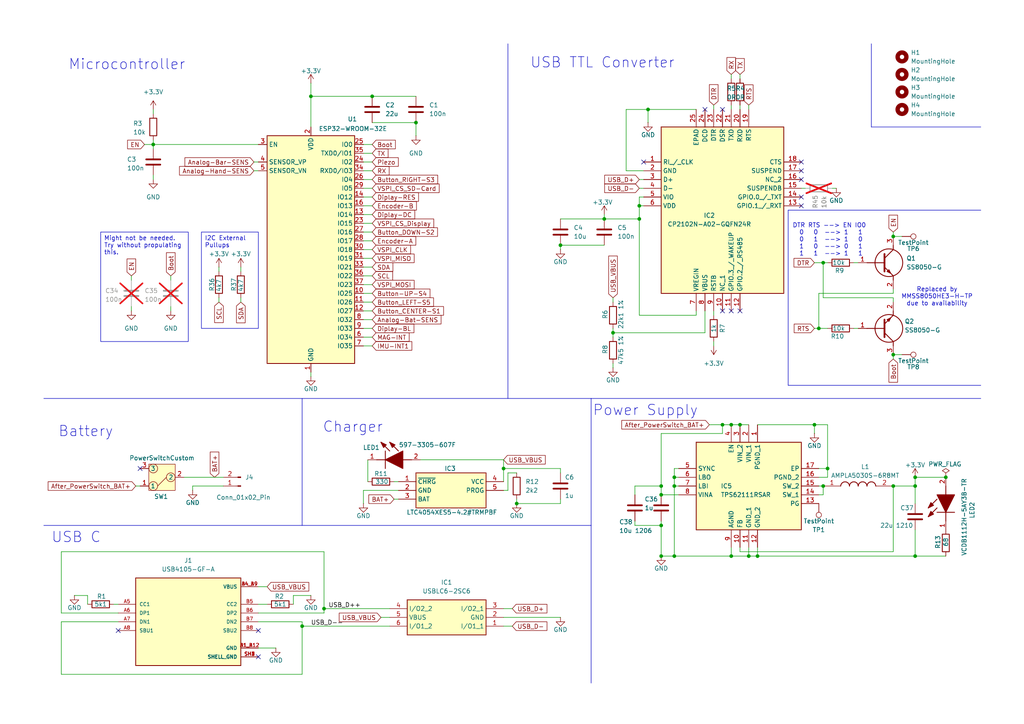
<source format=kicad_sch>
(kicad_sch (version 20231120) (generator "eeschema") (generator_version "8.0")
  (paper "A4")
  (title_block (title "Barbel Motion Tracker") (date "2024-08-09") (rev "1") (company "Thorben Horn"))
  (junction (at 214.63 123.19))
  (junction (at 146.05 135.89))
  (junction (at 259.08 140.97))
  (junction (at 212.09 123.19))
  (junction (at 87.63 181.61))
  (junction (at 195.58 140.97))
  (junction (at 265.43 161.29))
  (junction (at 90.17 27.94))
  (junction (at 191.77 152.4))
  (junction (at 209.55 123.19))
  (junction (at 185.42 59.69))
  (junction (at 195.58 161.29))
  (junction (at 185.42 63.5))
  (junction (at 274.32 138.43))
  (junction (at 236.22 123.19))
  (junction (at 195.58 138.43))
  (junction (at 237.49 95.25))
  (junction (at 107.95 27.94))
  (junction (at 44.45 41.91))
  (junction (at 191.77 143.51))
  (junction (at 177.8 96.52))
  (junction (at 162.56 71.12))
  (junction (at 238.76 140.97))
  (junction (at 212.09 161.29))
  (junction (at 259.08 68.58))
  (junction (at 265.43 138.43))
  (junction (at 265.43 140.97))
  (junction (at 149.86 146.05))
  (junction (at 187.96 31.75))
  (junction (at 240.03 135.89))
  (junction (at 191.77 161.29))
  (junction (at 217.17 161.29))
  (junction (at 175.26 63.5))
  (junction (at 93.98 176.53))
  (junction (at 120.65 35.56))
  (junction (at 219.71 161.29))
  (junction (at 191.77 140.97))
  (junction (at 238.76 76.2))
  (junction (at 259.08 102.87))
  (no_connect (at 40.64 135.89))
  (no_connect (at 74.93 190.5))
  (no_connect (at 232.41 49.53))
  (no_connect (at 34.29 182.88))
  (no_connect (at 212.09 90.17))
  (no_connect (at 232.41 46.99))
  (no_connect (at 232.41 59.69))
  (no_connect (at 204.47 31.75))
  (no_connect (at 209.55 31.75))
  (no_connect (at 232.41 57.15))
  (no_connect (at 214.63 90.17))
  (no_connect (at 209.55 90.17))
  (no_connect (at 232.41 52.07))
  (no_connect (at 74.93 182.88))
  (no_connect (at 186.69 46.99))
  (wire (pts (xy 217.17 30.48) (xy 217.17 31.75)))
  (wire (pts (xy 55.88 142.24) (xy 55.88 140.97)))
  (polyline (pts (xy 171.45 152.4) (xy 171.45 198.12)))
  (wire (pts (xy 191.77 152.4) (xy 191.77 161.29)))
  (wire (pts (xy 214.63 30.48) (xy 214.63 31.75)))
  (wire (pts (xy 106.68 133.35) (xy 106.68 139.7)))
  (wire (pts (xy 265.43 153.67) (xy 265.43 161.29)))
  (wire (pts (xy 175.26 63.5) (xy 175.26 62.23)))
  (wire (pts (xy 185.42 59.69) (xy 186.69 59.69)))
  (wire (pts (xy 191.77 125.73) (xy 191.77 140.97)))
  (wire (pts (xy 207.01 30.48) (xy 207.01 31.75)))
  (wire (pts (xy 17.78 180.34) (xy 34.29 180.34)))
  (wire (pts (xy 162.56 71.12) (xy 175.26 71.12)))
  (wire (pts (xy 162.56 146.05) (xy 162.56 144.78)))
  (wire (pts (xy 204.47 96.52) (xy 204.47 90.17)))
  (wire (pts (xy 105.41 44.45) (xy 107.95 44.45)))
  (wire (pts (xy 259.08 67.31) (xy 259.08 68.58)))
  (wire (pts (xy 195.58 138.43) (xy 196.85 138.43)))
  (wire (pts (xy 219.71 123.19) (xy 236.22 123.19)))
  (wire (pts (xy 237.49 85.09) (xy 237.49 95.25)))
  (wire (pts (xy 38.1 80.01) (xy 38.1 81.28)))
  (wire (pts (xy 240.03 135.89) (xy 240.03 123.19)))
  (wire (pts (xy 146.05 142.24) (xy 147.32 142.24)))
  (wire (pts (xy 90.17 27.94) (xy 90.17 36.83)))
  (wire (pts (xy 219.71 158.75) (xy 219.71 161.29)))
  (wire (pts (xy 49.53 88.9) (xy 49.53 90.17)))
  (wire (pts (xy 177.8 96.52) (xy 177.8 97.79)))
  (wire (pts (xy 177.8 105.41) (xy 177.8 106.68)))
  (polyline (pts (xy 228.6 60.96) (xy 228.6 111.76)))
  (wire (pts (xy 114.3 144.78) (xy 115.57 144.78)))
  (wire (pts (xy 105.41 100.33) (xy 107.95 100.33)))
  (wire (pts (xy 55.88 140.97) (xy 64.77 140.97)))
  (wire (pts (xy 238.76 86.36) (xy 238.76 76.2)))
  (wire (pts (xy 162.56 137.16) (xy 162.56 135.89)))
  (wire (pts (xy 237.49 143.51) (xy 238.76 143.51)))
  (wire (pts (xy 105.41 85.09) (xy 107.95 85.09)))
  (wire (pts (xy 74.93 170.18) (xy 77.47 170.18)))
  (wire (pts (xy 63.5 77.47) (xy 63.5 78.74)))
  (wire (pts (xy 205.74 123.19) (xy 209.55 123.19)))
  (wire (pts (xy 259.08 83.82) (xy 259.08 85.09)))
  (wire (pts (xy 63.5 86.36) (xy 63.5 87.63)))
  (wire (pts (xy 17.78 177.8) (xy 17.78 160.02)))
  (wire (pts (xy 105.41 77.47) (xy 107.95 77.47)))
  (wire (pts (xy 238.76 143.51) (xy 238.76 140.97)))
  (wire (pts (xy 74.93 187.96) (xy 80.01 187.96)))
  (wire (pts (xy 105.41 142.24) (xy 105.41 146.05)))
  (polyline (pts (xy 171.45 115.57) (xy 284.48 115.57)))
  (wire (pts (xy 105.41 67.31) (xy 107.95 67.31)))
  (wire (pts (xy 105.41 46.99) (xy 107.95 46.99)))
  (wire (pts (xy 214.63 160.02) (xy 214.63 158.75)))
  (wire (pts (xy 177.8 86.36) (xy 177.8 87.63)))
  (wire (pts (xy 93.98 177.8) (xy 93.98 176.53)))
  (wire (pts (xy 115.57 142.24) (xy 105.41 142.24)))
  (wire (pts (xy 90.17 107.95) (xy 90.17 109.22)))
  (wire (pts (xy 69.85 77.47) (xy 69.85 78.74)))
  (wire (pts (xy 146.05 179.07) (xy 162.56 179.07)))
  (wire (pts (xy 17.78 180.34) (xy 17.78 195.58)))
  (wire (pts (xy 44.45 31.75) (xy 44.45 33.02)))
  (polyline (pts (xy 12.7 115.57) (xy 171.45 115.57)))
  (wire (pts (xy 181.61 49.53) (xy 186.69 49.53)))
  (wire (pts (xy 121.92 133.35) (xy 146.05 133.35)))
  (wire (pts (xy 247.65 95.25) (xy 248.92 95.25)))
  (wire (pts (xy 105.41 72.39) (xy 107.95 72.39)))
  (wire (pts (xy 40.64 140.97) (xy 39.37 140.97)))
  (wire (pts (xy 265.43 140.97) (xy 265.43 146.05)))
  (wire (pts (xy 195.58 140.97) (xy 195.58 161.29)))
  (wire (pts (xy 17.78 160.02) (xy 93.98 160.02)))
  (wire (pts (xy 217.17 161.29) (xy 219.71 161.29)))
  (wire (pts (xy 44.45 41.91) (xy 74.93 41.91)))
  (wire (pts (xy 105.41 87.63) (xy 107.95 87.63)))
  (wire (pts (xy 175.26 63.5) (xy 185.42 63.5)))
  (wire (pts (xy 53.34 138.43) (xy 64.77 138.43)))
  (polyline (pts (xy 171.45 152.4) (xy 171.45 115.57)))
  (wire (pts (xy 105.41 95.25) (xy 107.95 95.25)))
  (wire (pts (xy 238.76 76.2) (xy 240.03 76.2)))
  (wire (pts (xy 209.55 125.73) (xy 191.77 125.73)))
  (wire (pts (xy 214.63 123.19) (xy 217.17 123.19)))
  (wire (pts (xy 49.53 80.01) (xy 49.53 81.28)))
  (wire (pts (xy 219.71 161.29) (xy 265.43 161.29)))
  (wire (pts (xy 110.49 179.07) (xy 113.03 179.07)))
  (wire (pts (xy 237.49 95.25) (xy 240.03 95.25)))
  (wire (pts (xy 265.43 161.29) (xy 274.32 161.29)))
  (wire (pts (xy 93.98 176.53) (xy 113.03 176.53)))
  (wire (pts (xy 105.41 74.93) (xy 107.95 74.93)))
  (wire (pts (xy 259.08 87.63) (xy 259.08 86.36)))
  (wire (pts (xy 191.77 161.29) (xy 195.58 161.29)))
  (wire (pts (xy 73.66 49.53) (xy 74.93 49.53)))
  (wire (pts (xy 207.01 99.06) (xy 207.01 100.33)))
  (wire (pts (xy 195.58 135.89) (xy 195.58 138.43)))
  (wire (pts (xy 184.15 143.51) (xy 184.15 140.97)))
  (wire (pts (xy 85.09 175.26) (xy 85.09 172.72)))
  (wire (pts (xy 212.09 21.59) (xy 212.09 22.86)))
  (wire (pts (xy 147.32 137.16) (xy 149.86 137.16)))
  (wire (pts (xy 87.63 195.58) (xy 87.63 181.61)))
  (wire (pts (xy 184.15 140.97) (xy 191.77 140.97)))
  (wire (pts (xy 33.02 175.26) (xy 34.29 175.26)))
  (wire (pts (xy 120.65 35.56) (xy 107.95 35.56)))
  (wire (pts (xy 209.55 123.19) (xy 209.55 125.73)))
  (wire (pts (xy 212.09 123.19) (xy 214.63 123.19)))
  (wire (pts (xy 105.41 52.07) (xy 107.95 52.07)))
  (polyline (pts (xy 252.73 12.7) (xy 252.73 36.83)))
  (wire (pts (xy 196.85 135.89) (xy 195.58 135.89)))
  (wire (pts (xy 114.3 139.7) (xy 115.57 139.7)))
  (wire (pts (xy 259.08 68.58) (xy 261.62 68.58)))
  (wire (pts (xy 212.09 158.75) (xy 212.09 161.29)))
  (wire (pts (xy 105.41 69.85) (xy 107.95 69.85)))
  (wire (pts (xy 90.17 24.13) (xy 90.17 27.94)))
  (wire (pts (xy 44.45 50.8) (xy 44.45 52.07)))
  (wire (pts (xy 259.08 102.87) (xy 261.62 102.87)))
  (wire (pts (xy 212.09 161.29) (xy 217.17 161.29)))
  (wire (pts (xy 185.42 52.07) (xy 186.69 52.07)))
  (wire (pts (xy 232.41 54.61) (xy 233.68 54.61)))
  (wire (pts (xy 93.98 160.02) (xy 93.98 176.53)))
  (wire (pts (xy 191.77 143.51) (xy 196.85 143.51)))
  (wire (pts (xy 105.41 92.71) (xy 107.95 92.71)))
  (wire (pts (xy 105.41 97.79) (xy 107.95 97.79)))
  (wire (pts (xy 217.17 158.75) (xy 217.17 161.29)))
  (wire (pts (xy 259.08 86.36) (xy 238.76 86.36)))
  (wire (pts (xy 259.08 85.09) (xy 237.49 85.09)))
  (wire (pts (xy 237.49 135.89) (xy 240.03 135.89)))
  (wire (pts (xy 146.05 176.53) (xy 148.59 176.53)))
  (wire (pts (xy 185.42 59.69) (xy 185.42 57.15)))
  (wire (pts (xy 17.78 177.8) (xy 34.29 177.8)))
  (wire (pts (xy 195.58 140.97) (xy 196.85 140.97)))
  (wire (pts (xy 191.77 151.13) (xy 191.77 152.4)))
  (wire (pts (xy 177.8 96.52) (xy 204.47 96.52)))
  (wire (pts (xy 212.09 30.48) (xy 212.09 31.75)))
  (wire (pts (xy 44.45 40.64) (xy 44.45 41.91)))
  (wire (pts (xy 240.03 123.19) (xy 236.22 123.19)))
  (wire (pts (xy 107.95 27.94) (xy 120.65 27.94)))
  (polyline (pts (xy 284.48 60.96) (xy 228.6 60.96)))
  (wire (pts (xy 265.43 138.43) (xy 274.32 138.43)))
  (wire (pts (xy 146.05 133.35) (xy 146.05 135.89)))
  (wire (pts (xy 74.93 180.34) (xy 87.63 180.34)))
  (wire (pts (xy 69.85 86.36) (xy 69.85 87.63)))
  (wire (pts (xy 105.41 54.61) (xy 107.95 54.61)))
  (wire (pts (xy 236.22 95.25) (xy 237.49 95.25)))
  (wire (pts (xy 184.15 152.4) (xy 191.77 152.4)))
  (wire (pts (xy 214.63 21.59) (xy 214.63 22.86)))
  (wire (pts (xy 146.05 135.89) (xy 146.05 139.7)))
  (wire (pts (xy 105.41 82.55) (xy 107.95 82.55)))
  (wire (pts (xy 195.58 161.29) (xy 212.09 161.29)))
  (wire (pts (xy 25.4 172.72) (xy 21.59 172.72)))
  (wire (pts (xy 85.09 172.72) (xy 90.17 172.72)))
  (wire (pts (xy 73.66 46.99) (xy 74.93 46.99)))
  (wire (pts (xy 259.08 140.97) (xy 265.43 140.97)))
  (wire (pts (xy 195.58 138.43) (xy 195.58 140.97)))
  (wire (pts (xy 146.05 181.61) (xy 148.59 181.61)))
  (wire (pts (xy 247.65 76.2) (xy 248.92 76.2)))
  (wire (pts (xy 105.41 41.91) (xy 107.95 41.91)))
  (wire (pts (xy 120.65 35.56) (xy 120.65 39.37)))
  (wire (pts (xy 87.63 180.34) (xy 87.63 181.61)))
  (wire (pts (xy 87.63 181.61) (xy 113.03 181.61)))
  (wire (pts (xy 201.93 91.44) (xy 185.42 91.44)))
  (wire (pts (xy 44.45 41.91) (xy 44.45 43.18)))
  (wire (pts (xy 185.42 59.69) (xy 185.42 63.5)))
  (wire (pts (xy 74.93 177.8) (xy 93.98 177.8)))
  (wire (pts (xy 184.15 151.13) (xy 184.15 152.4)))
  (wire (pts (xy 25.4 175.26) (xy 25.4 172.72)))
  (polyline (pts (xy 252.73 36.83) (xy 284.48 36.83)))
  (wire (pts (xy 185.42 57.15) (xy 186.69 57.15)))
  (wire (pts (xy 162.56 63.5) (xy 175.26 63.5)))
  (wire (pts (xy 146.05 135.89) (xy 162.56 135.89)))
  (wire (pts (xy 17.78 195.58) (xy 87.63 195.58)))
  (wire (pts (xy 90.17 27.94) (xy 107.95 27.94)))
  (wire (pts (xy 105.41 80.01) (xy 107.95 80.01)))
  (wire (pts (xy 147.32 142.24) (xy 147.32 137.16)))
  (wire (pts (xy 191.77 140.97) (xy 191.77 143.51)))
  (wire (pts (xy 214.63 160.02) (xy 259.08 160.02)))
  (wire (pts (xy 209.55 123.19) (xy 212.09 123.19)))
  (wire (pts (xy 105.41 64.77) (xy 107.95 64.77)))
  (wire (pts (xy 181.61 31.75) (xy 181.61 49.53)))
  (wire (pts (xy 74.93 175.26) (xy 77.47 175.26)))
  (wire (pts (xy 105.41 90.17) (xy 107.95 90.17)))
  (wire (pts (xy 201.93 91.44) (xy 201.93 90.17)))
  (wire (pts (xy 259.08 102.87) (xy 259.08 104.14)))
  (wire (pts (xy 44.45 41.91) (xy 41.91 41.91)))
  (wire (pts (xy 187.96 31.75) (xy 187.96 35.56)))
  (wire (pts (xy 237.49 140.97) (xy 238.76 140.97)))
  (polyline (pts (xy 147.32 12.7) (xy 147.32 115.57)))
  (wire (pts (xy 105.41 57.15) (xy 107.95 57.15)))
  (wire (pts (xy 105.41 62.23) (xy 107.95 62.23)))
  (polyline (pts (xy 12.7 152.4) (xy 171.45 152.4)))
  (polyline (pts (xy 228.6 111.76) (xy 284.48 111.76)))
  (wire (pts (xy 162.56 72.39) (xy 162.56 71.12)))
  (wire (pts (xy 201.93 31.75) (xy 187.96 31.75)))
  (wire (pts (xy 185.42 63.5) (xy 185.42 91.44)))
  (wire (pts (xy 241.3 54.61) (xy 242.57 54.61)))
  (wire (pts (xy 38.1 88.9) (xy 38.1 90.17)))
  (wire (pts (xy 185.42 54.61) (xy 186.69 54.61)))
  (wire (pts (xy 240.03 138.43) (xy 240.03 135.89)))
  (wire (pts (xy 177.8 95.25) (xy 177.8 96.52)))
  (wire (pts (xy 105.41 49.53) (xy 107.95 49.53)))
  (wire (pts (xy 181.61 31.75) (xy 187.96 31.75)))
  (wire (pts (xy 149.86 146.05) (xy 162.56 146.05)))
  (wire (pts (xy 236.22 123.19) (xy 236.22 125.73)))
  (wire (pts (xy 149.86 144.78) (xy 149.86 146.05)))
  (wire (pts (xy 240.03 138.43) (xy 237.49 138.43)))
  (wire (pts (xy 265.43 140.97) (xy 265.43 138.43)))
  (wire (pts (xy 105.41 59.69) (xy 107.95 59.69)))
  (polyline (pts (xy 87.63 115.57) (xy 87.63 152.4)))
  (wire (pts (xy 236.22 76.2) (xy 238.76 76.2)))
  (wire (pts (xy 207.01 91.44) (xy 207.01 90.17)))
  (wire (pts (xy 259.08 140.97) (xy 259.08 160.02)))
  (text_box "I2C External Pullups" (at 58.42 67.31 0) (size 16.51 27.94) (effects (font (size 1.27 1.27)) (justify left top)))
  (text_box "Might not be needed.\nTry without propulating this." (at 29.21 67.31 0) (size 25.4 31.75) (effects (font (size 1.27 1.27)) (justify left top)))
  (text "DTR RTS --> EN IO0\n 0   0  --> 1   1\n 0   1  --> 1   0\n 1   0  --> 0   1\n 1   1  --> 1   1" (at 240.538 69.596 0) (effects (font (size 1.27 1.27))))
  (text "USB C" (at 22.098 155.956 0) (effects (font (size 3 3))))
  (text "Charger" (at 102.362 123.952 0) (effects (font (size 3 3))))
  (text "USB TTL Converter" (at 174.752 18.288 0) (effects (font (size 3 3))))
  (text "Replaced by\nMMSS8050HE3-H-TP\ndue to availability" (at 271.78 86.106 0) (effects (font (size 1.27 1.27))))
  (text "Battery" (at 24.892 125.222 0) (effects (font (size 3 3))))
  (text "Microcontroller" (at 36.83 18.796 0) (effects (font (size 3 3))))
  (text "Power Supply" (at 187.198 119.126 0) (effects (font (size 3 3))))
  (label "USB_D--" (at 90.17 181.61 0))
  (label "USB_D++" (at 95.25 176.53 0))
  (global_label "Diplay-DC" (shape input) (at 107.95 62.23 0) (property "Intersheetrefs" "${INTERSHEET_REFS}" (effects (hide yes))))
  (global_label "USB_VBUS" (shape input) (at 177.8 86.36 90) (property "Intersheetrefs" "${INTERSHEET_REFS}" (effects (hide yes))))
  (global_label "USB_VBUS" (shape input) (at 146.05 133.35 0) (property "Intersheetrefs" "${INTERSHEET_REFS}" (effects (hide yes))))
  (global_label "USB_VBUS" (shape input) (at 77.47 170.18 0) (property "Intersheetrefs" "${INTERSHEET_REFS}" (effects (hide yes))))
  (global_label "Button_DOWN-S2" (shape input) (at 107.95 67.31 0) (property "Intersheetrefs" "${INTERSHEET_REFS}" (effects (hide yes))))
  (global_label "TX" (shape input) (at 107.95 44.45 0) (property "Intersheetrefs" "${INTERSHEET_REFS}" (effects (hide yes))))
  (global_label "Analog-Hand-SENS" (shape input) (at 73.66 49.53 180) (property "Intersheetrefs" "${INTERSHEET_REFS}" (effects (hide yes))))
  (global_label "RX" (shape input) (at 107.95 49.53 0) (property "Intersheetrefs" "${INTERSHEET_REFS}" (effects (hide yes))))
  (global_label "RTS" (shape input) (at 236.22 95.25 180) (property "Intersheetrefs" "${INTERSHEET_REFS}" (effects (hide yes))))
  (global_label "MAG-INT" (shape input) (at 107.95 97.79 0) (property "Intersheetrefs" "${INTERSHEET_REFS}" (effects (hide yes))))
  (global_label "EN" (shape input) (at 38.1 80.01 90) (property "Intersheetrefs" "${INTERSHEET_REFS}" (effects (hide yes))))
  (global_label "Encoder-B" (shape input) (at 107.95 59.69 0) (property "Intersheetrefs" "${INTERSHEET_REFS}" (effects (hide yes))))
  (global_label "Analog-Bar-SENS" (shape input) (at 73.66 46.99 180) (property "Intersheetrefs" "${INTERSHEET_REFS}" (effects (hide yes))))
  (global_label "Button_LEFT-S5" (shape input) (at 107.95 87.63 0) (property "Intersheetrefs" "${INTERSHEET_REFS}" (effects (hide yes))))
  (global_label "Diplay-RES" (shape input) (at 107.95 57.15 0) (property "Intersheetrefs" "${INTERSHEET_REFS}" (effects (hide yes))))
  (global_label "After_PowerSwitch_BAT+" (shape input) (at 39.37 140.97 180) (property "Intersheetrefs" "${INTERSHEET_REFS}" (effects (hide yes))))
  (global_label "SDA" (shape input) (at 107.95 77.47 0) (property "Intersheetrefs" "${INTERSHEET_REFS}" (effects (hide yes))))
  (global_label "Boot" (shape input) (at 107.95 41.91 0) (property "Intersheetrefs" "${INTERSHEET_REFS}" (effects (hide yes))))
  (global_label "VSPI_CLK" (shape input) (at 107.95 72.39 0) (property "Intersheetrefs" "${INTERSHEET_REFS}" (effects (hide yes))))
  (global_label "DTR" (shape input) (at 236.22 76.2 180) (property "Intersheetrefs" "${INTERSHEET_REFS}" (effects (hide yes))))
  (global_label "SCL" (shape input) (at 107.95 80.01 0) (property "Intersheetrefs" "${INTERSHEET_REFS}" (effects (hide yes))))
  (global_label "VSPI_CS_Display" (shape input) (at 107.95 64.77 0) (property "Intersheetrefs" "${INTERSHEET_REFS}" (effects (hide yes))))
  (global_label "DTR" (shape input) (at 207.01 30.48 90) (property "Intersheetrefs" "${INTERSHEET_REFS}" (effects (hide yes))))
  (global_label "TX" (shape input) (at 214.63 21.59 90) (property "Intersheetrefs" "${INTERSHEET_REFS}" (effects (hide yes))))
  (global_label "USB_VBUS" (shape input) (at 110.49 179.07 180) (property "Intersheetrefs" "${INTERSHEET_REFS}" (effects (hide yes))))
  (global_label "VSPI_MISO" (shape input) (at 107.95 74.93 0) (property "Intersheetrefs" "${INTERSHEET_REFS}" (effects (hide yes))))
  (global_label "Boot" (shape input) (at 259.08 104.14 270) (property "Intersheetrefs" "${INTERSHEET_REFS}" (effects (hide yes))))
  (global_label "Button_CENTER-S1" (shape input) (at 107.95 90.17 0) (property "Intersheetrefs" "${INTERSHEET_REFS}" (effects (hide yes))))
  (global_label "USB_D+" (shape input) (at 185.42 52.07 180) (property "Intersheetrefs" "${INTERSHEET_REFS}" (effects (hide yes))))
  (global_label "IMU-INT1" (shape input) (at 107.95 100.33 0) (property "Intersheetrefs" "${INTERSHEET_REFS}" (effects (hide yes))))
  (global_label "BAT+" (shape input) (at 62.23 138.43 90) (property "Intersheetrefs" "${INTERSHEET_REFS}" (effects (hide yes))))
  (global_label "VSPI_MOSI" (shape input) (at 107.95 82.55 0) (property "Intersheetrefs" "${INTERSHEET_REFS}" (effects (hide yes))))
  (global_label "USB_D-" (shape input) (at 185.42 54.61 180) (property "Intersheetrefs" "${INTERSHEET_REFS}" (effects (hide yes))))
  (global_label "RTS" (shape input) (at 217.17 30.48 90) (property "Intersheetrefs" "${INTERSHEET_REFS}" (effects (hide yes))))
  (global_label "After_PowerSwitch_BAT+" (shape input) (at 205.74 123.19 180) (property "Intersheetrefs" "${INTERSHEET_REFS}" (effects (hide yes))))
  (global_label "SCL" (shape input) (at 63.5 87.63 270) (property "Intersheetrefs" "${INTERSHEET_REFS}" (effects (hide yes))))
  (global_label "Analog-Bat-SENS" (shape input) (at 107.95 92.71 0) (property "Intersheetrefs" "${INTERSHEET_REFS}" (effects (hide yes))))
  (global_label "EN" (shape input) (at 259.08 67.31 90) (property "Intersheetrefs" "${INTERSHEET_REFS}" (effects (hide yes))))
  (global_label "Boot" (shape input) (at 49.53 80.01 90) (property "Intersheetrefs" "${INTERSHEET_REFS}" (effects (hide yes))))
  (global_label "EN" (shape input) (at 41.91 41.91 180) (property "Intersheetrefs" "${INTERSHEET_REFS}" (effects (hide yes))))
  (global_label "USB_D-" (shape input) (at 148.59 181.61 0) (property "Intersheetrefs" "${INTERSHEET_REFS}" (effects (hide yes))))
  (global_label "Diplay-BL" (shape input) (at 107.95 95.25 0) (property "Intersheetrefs" "${INTERSHEET_REFS}" (effects (hide yes))))
  (global_label "Piezo" (shape input) (at 107.95 46.99 0) (property "Intersheetrefs" "${INTERSHEET_REFS}" (effects (hide yes))))
  (global_label "VSPI_CS_SD-Card" (shape input) (at 107.95 54.61 0) (property "Intersheetrefs" "${INTERSHEET_REFS}" (effects (hide yes))))
  (global_label "BAT+" (shape input) (at 114.3 144.78 180) (property "Intersheetrefs" "${INTERSHEET_REFS}" (effects (hide yes))))
  (global_label "Button_RIGHT-S3" (shape input) (at 107.95 52.07 0) (property "Intersheetrefs" "${INTERSHEET_REFS}" (effects (hide yes))))
  (global_label "Button-UP-S4" (shape input) (at 107.95 85.09 0) (property "Intersheetrefs" "${INTERSHEET_REFS}" (effects (hide yes))))
  (global_label "RX" (shape input) (at 212.09 21.59 90) (property "Intersheetrefs" "${INTERSHEET_REFS}" (effects (hide yes))))
  (global_label "USB_D+" (shape input) (at 148.59 176.53 0) (property "Intersheetrefs" "${INTERSHEET_REFS}" (effects (hide yes))))
  (global_label "SDA" (shape input) (at 69.85 87.63 270) (property "Intersheetrefs" "${INTERSHEET_REFS}" (effects (hide yes))))
  (global_label "Encoder-A" (shape input) (at 107.95 69.85 0) (property "Intersheetrefs" "${INTERSHEET_REFS}" (effects (hide yes))))
  (symbol (lib_id "SamacSys_Parts:VCDB1112H-5AY3B-TR") (at 274.32 153.67 90) (unit 1)
    (property "Reference" "LED2" (at 281.94 145.542 0) (effects (justify right)))
    (property "Value" "VCDB1112H-5AY3B-TR" (at 279.654 138.684 0) (effects (justify right)))
    (property "Footprint" "SamacSys_Parts:LEDC2012X90N" (effects (hide yes)))
    (property "Datasheet" "https://componentsearchengine.com/Datasheets/1/VCDB1112H-5AY3B-TR.pdf" (effects (hide yes)))
    (property "Description" "Standard LEDs - SMD Surface Mount LED" (effects (hide yes)))
    (property "Height" "0.9" (effects (hide yes)))
    (property "Mouser Part Number" "327-VCDB1112H5AY3BTR" (effects (hide yes)))
    (property "Mouser Price/Stock" "https://www.mouser.co.uk/ProductDetail/Stanley-Electric/VCDB1112H-5AY3B-TR?qs=byeeYqUIh0NdrgXR4WHsww%3D%3D" (effects (hide yes)))
    (property "Manufacturer_Name" "Stanley Electric" (effects (hide yes)))
    (property "Manufacturer_Part_Number" "VCDB1112H-5AY3B-TR" (effects (hide yes)))
    (property "MANUFACTURER" "https://www.mouser.de/ProductDetail/Stanley-Electric/VCDB1112H-5AY3B-TR?qs=byeeYqUIh0NdrgXR4WHsww%3D%3D" (effects (hide yes)))
  )
  (symbol (lib_id "SamacSys_Parts:SS8050-G") (at 248.92 76.2 0) (unit 1)
    (property "Reference" "Q1" (at 262.89 74.9299 0) (effects (justify left)))
    (property "Value" "SS8050-G" (at 262.89 77.4699 0) (effects (justify left)))
    (property "Footprint" "SamacSys_Parts:SOT95P240X115-3N" (effects (hide yes)))
    (property "Datasheet" "https://datasheet.datasheetarchive.com/originals/distributors/DKDS-12/229454.pdf" (effects (hide yes)))
    (property "Description" "Bipolar Transistors - BJT NPN TRANSISTOR 1.5A 40V" (effects (hide yes)))
    (property "Height" "1.15" (effects (hide yes)))
    (property "Mouser Part Number" "750-SS8050-G" (effects (hide yes)))
    (property "Mouser Price/Stock" "https://www.mouser.co.uk/ProductDetail/Comchip-Technology/SS8050-G?qs=LLUE9lz1YbcHg%252BWLMAtcrQ%3D%3D" (effects (hide yes)))
    (property "Manufacturer_Name" "Comchip Technology" (effects (hide yes)))
    (property "Manufacturer_Part_Number" "SS8050-G" (effects (hide yes)))
    (property "MANUFACTURER" "https://www.mouser.de/ProductDetail/Micro-Commercial-Components-MCC/MMSS8050HE3-H-TP?qs=rSMjJ%252B1ewcR5iPsCf1fDWA%3D%3D" (effects (hide yes)))
  )
  (symbol (lib_id "Device:R") (at 81.28 175.26 90) (unit 1)
    (property "Reference" "R2" (at 81.026 172.974 90))
    (property "Value" "5k1" (at 81.28 175.26 90))
    (property "Footprint" "Resistor_SMD:R_0603_1608Metric" (effects (hide yes)))
    (property "Description" "Resistor" (effects (hide yes)))
    (property "MANUFACTURER" "https://www.mouser.de/ProductDetail/Vishay-Dale/CRCW06035K10FKEAC?qs=E3Y5ESvWgWNhSWY6kHtPbw%3D%3D" (effects (hide yes)))
  )
  (symbol (lib_id "power:+3.3V") (at 207.01 100.33 180) (unit 1)
    (property "Reference" "#PWR014" (effects (hide yes)))
    (property "Value" "+3.3V" (at 207.01 105.41 0))
    (property "Description" "Power symbol creates a global label with name \"+3.3V\"" (effects (hide yes)))
  )
  (symbol (lib_id "power:GND") (at 80.01 187.96 0) (unit 1)
    (property "Reference" "#PWR09" (effects (hide yes)))
    (property "Value" "GND" (at 80.01 191.516 0))
    (property "Description" "Power symbol creates a global label with name \"GND\" , ground" (effects (hide yes)))
  )
  (symbol (lib_id "Device:R") (at 212.09 26.67 0) (unit 1)
    (property "Reference" "R5" (at 210.82 25.654 0) (effects (justify left)))
    (property "Value" "0R" (at 210.82 28.194 0) (effects (justify left)))
    (property "Footprint" "Resistor_SMD:R_0603_1608Metric" (effects (hide yes)))
    (property "Description" "Resistor" (effects (hide yes)))
    (property "MANUFACTURER" "https://www.mouser.de/ProductDetail/KOA-Speer/RK73Z1JTTDD?qs=sGAEpiMZZMtlubZbdhIBIOIkEhSyZ1IOpjyUKjVzbOA%3D" (effects (hide yes)))
  )
  (symbol (lib_id "Device:C") (at 184.15 147.32 0) (unit 1)
    (property "Reference" "C38" (at 179.578 151.384 0) (effects (justify left)))
    (property "Value" "10u 1206" (at 179.578 153.924 0) (effects (justify left)))
    (property "Footprint" "Capacitor_SMD:C_1206_3216Metric" (effects (hide yes)))
    (property "Description" "Unpolarized capacitor" (effects (hide yes)))
    (property "MANUFACTURER" "https://www.mouser.de/ProductDetail/TDK/C3216X5R1E106M085AC?qs=6JAMGB%252BEdkxVyr%2FAmHLz7w%3D%3D" (effects (hide yes)))
  )
  (symbol (lib_id "Device:R") (at 69.85 82.55 180) (unit 1)
    (property "Reference" "R37" (at 67.818 82.55 90))
    (property "Value" "4k7" (at 69.85 82.804 90))
    (property "Footprint" "Resistor_SMD:R_0603_1608Metric" (effects (hide yes)))
    (property "Description" "Resistor" (effects (hide yes)))
    (property "MANUFACTURER" "https://www.mouser.de/ProductDetail/Vishay-Dale/CRCW06034K70JNEAC?qs=E3Y5ESvWgWMzBuUf0K3dnA%3D%3D" (effects (hide yes)))
  )
  (symbol (lib_id "Device:C") (at 265.43 149.86 0) (unit 1)
    (property "Reference" "C37" (at 261.112 147.32 0) (effects (justify left)))
    (property "Value" "22u 1210" (at 255.27 152.4 0) (effects (justify left)))
    (property "Footprint" "Capacitor_SMD:C_1210_3225Metric" (effects (hide yes)))
    (property "Description" "Unpolarized capacitor" (effects (hide yes)))
    (property "MANUFACTURER" "https://www.mouser.de/ProductDetail/TDK/C3225X7R1C226M250AC?qs=NRhsANhppD9vZKb40OR%252Biw%3D%3D" (effects (hide yes)))
  )
  (symbol (lib_id "power:GND") (at 90.17 172.72 0) (unit 1)
    (property "Reference" "#PWR08" (effects (hide yes)))
    (property "Value" "GND" (at 90.17 176.276 0))
    (property "Description" "Power symbol creates a global label with name \"GND\" , ground" (effects (hide yes)))
  )
  (symbol (lib_id "Device:C") (at 107.95 31.75 0) (unit 1)
    (property "Reference" "C2" (at 111.76 30.4799 0) (effects (justify left)))
    (property "Value" "22u" (at 111.76 33.0199 0) (effects (justify left)))
    (property "Footprint" "Capacitor_SMD:C_0805_2012Metric" (effects (hide yes)))
    (property "Description" "Unpolarized capacitor" (effects (hide yes)))
    (property "MANUFACTURER" "https://www.mouser.de/ProductDetail/Murata-Electronics/GRM21BZ71A226ME15L?qs=Ey7%2FXF42M3ejDq7iqlmWWw%3D%3D" (effects (hide yes)))
  )
  (symbol (lib_id "power:GND") (at 120.65 39.37 0) (unit 1)
    (property "Reference" "#PWR03" (effects (hide yes)))
    (property "Value" "GND" (at 120.65 44.45 0))
    (property "Description" "Power symbol creates a global label with name \"GND\" , ground" (effects (hide yes)))
  )
  (symbol (lib_id "power:GND") (at 21.59 172.72 0) (unit 1)
    (property "Reference" "#PWR07" (effects (hide yes)))
    (property "Value" "GND" (at 21.59 176.276 0))
    (property "Description" "Power symbol creates a global label with name \"GND\" , ground" (effects (hide yes)))
  )
  (symbol (lib_id "Device:R") (at 177.8 91.44 180) (unit 1)
    (property "Reference" "R6" (at 175.514 91.186 90))
    (property "Value" "22k1 1%" (at 180.086 91.186 90))
    (property "Footprint" "Resistor_SMD:R_0603_1608Metric" (effects (hide yes)))
    (property "Description" "Resistor" (effects (hide yes)))
    (property "MANUFACTURER" "https://www.mouser.de/ProductDetail/KOA-Speer/RK73H1JTTDD2212F?qs=yhN9UBOZCcXTDCmlZ%2FUvTA%3D%3D" (effects (hide yes)))
  )
  (symbol (lib_id "power:GND") (at 242.57 54.61 0) (unit 1)
    (property "Reference" "#PWR069" (effects (hide yes)))
    (property "Value" "GND" (at 242.57 58.166 0))
    (property "Description" "Power symbol creates a global label with name \"GND\" , ground" (effects (hide yes)))
  )
  (symbol (lib_id "power:GND") (at 55.88 142.24 0) (unit 1)
    (property "Reference" "#PWR01" (effects (hide yes)))
    (property "Value" "GND" (at 55.88 145.796 0))
    (property "Description" "Power symbol creates a global label with name \"GND\" , ground" (effects (hide yes)))
  )
  (symbol (lib_id "Mechanical:MountingHole") (at 261.62 16.51 0) (unit 1) (exclude_from_sim yes) (in_bom no)
    (property "Reference" "H1" (at 264.16 15.2399 0) (effects (justify left)))
    (property "Value" "MountingHole" (at 264.16 17.7799 0) (effects (justify left)))
    (property "Footprint" "MountingHole:MountingHole_2.2mm_M2" (effects (hide yes)))
    (property "Description" "Mounting Hole without connection" (effects (hide yes)))
    (property "MANUFACTURER" "x" (effects (hide yes)))
  )
  (symbol (lib_id "Connector:TestPoint") (at 261.62 68.58 270) (unit 1)
    (property "Reference" "TP6" (at 264.922 72.136 90))
    (property "Value" "TestPoint" (at 264.922 70.358 90))
    (property "Footprint" "TestPoint:TestPoint_Pad_D1.0mm" (effects (hide yes)))
    (property "Description" "test point" (effects (hide yes)))
    (property "MANUFACTURER" "x" (effects (hide yes)))
  )
  (symbol (lib_id "SamacSys_Parts:SS8050-G") (at 248.92 95.25 0) (mirror x) (unit 1)
    (property "Reference" "Q2" (at 262.382 93.218 0) (effects (justify left)))
    (property "Value" "SS8050-G" (at 262.382 95.758 0) (effects (justify left)))
    (property "Footprint" "SamacSys_Parts:SOT95P240X115-3N" (effects (hide yes)))
    (property "Datasheet" "https://datasheet.datasheetarchive.com/originals/distributors/DKDS-12/229454.pdf" (effects (hide yes)))
    (property "Description" "Bipolar Transistors - BJT NPN TRANSISTOR 1.5A 40V" (effects (hide yes)))
    (property "Height" "1.15" (effects (hide yes)))
    (property "Mouser Part Number" "750-SS8050-G" (effects (hide yes)))
    (property "Mouser Price/Stock" "https://www.mouser.co.uk/ProductDetail/Comchip-Technology/SS8050-G?qs=LLUE9lz1YbcHg%252BWLMAtcrQ%3D%3D" (effects (hide yes)))
    (property "Manufacturer_Name" "Comchip Technology" (effects (hide yes)))
    (property "Manufacturer_Part_Number" "SS8050-G" (effects (hide yes)))
    (property "MANUFACTURER" "https://www.mouser.de/ProductDetail/Micro-Commercial-Components-MCC/MMSS8050HE3-H-TP?qs=rSMjJ%252B1ewcR5iPsCf1fDWA%3D%3D" (effects (hide yes)))
  )
  (symbol (lib_id "Device:C") (at 191.77 147.32 0) (unit 1)
    (property "Reference" "C36" (at 186.944 144.78 0) (effects (justify left)))
    (property "Value" "1u" (at 186.944 147.32 0) (effects (justify left)))
    (property "Footprint" "Capacitor_SMD:C_0603_1608Metric" (effects (hide yes)))
    (property "Description" "Unpolarized capacitor" (effects (hide yes)))
    (property "MANUFACTURER" "https://www.mouser.de/ProductDetail/Samsung-Electro-Mechanics/CL10B105KB8NQNC?qs=Jm2GQyTW%2FbjBq1uiSyA2AQ%3D%3D" (effects (hide yes)))
  )
  (symbol (lib_id "Device:R") (at 177.8 101.6 180) (unit 1)
    (property "Reference" "R8" (at 175.514 101.346 90))
    (property "Value" "47k5 1%" (at 180.086 101.6 90))
    (property "Footprint" "Resistor_SMD:R_0603_1608Metric" (effects (hide yes)))
    (property "Description" "Resistor" (effects (hide yes)))
    (property "MANUFACTURER" "https://www.mouser.de/ProductDetail/KOA-Speer/RK73H1JTTDD4752F?qs=%2F8hI1FYdl9Rwx6twAXM9oA%3D%3D" (effects (hide yes)))
  )
  (symbol (lib_id "power:GND") (at 162.56 72.39 0) (unit 1)
    (property "Reference" "#PWR012" (effects (hide yes)))
    (property "Value" "GND" (at 162.56 75.946 0))
    (property "Description" "Power symbol creates a global label with name \"GND\" , ground" (effects (hide yes)))
  )
  (symbol (lib_id "SamacSys_Parts:TPS62111RSAR") (at 219.71 123.19 270) (unit 1)
    (property "Reference" "IC5" (at 209.042 140.97 90) (effects (justify left)))
    (property "Value" "TPS62111RSAR" (at 209.042 143.51 90) (effects (justify left)))
    (property "Footprint" "SamacSys_Parts:QFN65P400X400X100-17N" (effects (hide yes)))
    (property "Datasheet" "http://www.ti.com/lit/gpn/TPS62111" (effects (hide yes)))
    (property "Description" "3.3-V, 1.5-A, 17-V Vin Step-Down Converter in QFN-16" (effects (hide yes)))
    (property "Height" "1" (effects (hide yes)))
    (property "Mouser Part Number" "595-TPS62111RSAR" (effects (hide yes)))
    (property "Mouser Price/Stock" "https://www.mouser.co.uk/ProductDetail/Texas-Instruments/TPS62111RSAR?qs=Gse6rAGbi79zjKu29wRUzw%3D%3D" (effects (hide yes)))
    (property "Manufacturer_Name" "Texas Instruments" (effects (hide yes)))
    (property "Manufacturer_Part_Number" "TPS62111RSAR" (effects (hide yes)))
    (property "MANUFACTURER" "https://www.mouser.de/ProductDetail/Texas-Instruments/TPS62111RSAR?qs=Gse6rAGbi79zjKu29wRUzw%3D%3D" (effects (hide yes)))
  )
  (symbol (lib_id "SamacSys_Parts:USBLC6-2SC6") (at 146.05 181.61 180) (unit 1)
    (property "Reference" "IC1" (at 129.54 168.91 0))
    (property "Value" "USBLC6-2SC6" (at 129.54 171.45 0))
    (property "Footprint" "SamacSys_Parts:SOT95P280X145-6N" (effects (hide yes)))
    (property "Datasheet" "http://www.st.com/st-web-ui/static/active/en/resource/technical/document/datasheet/CD00050750.pdf" (effects (hide yes)))
    (property "Description" "TVS Diode Array Uni-Directional USBLC6-2SC6 17V, SOT-23 6-Pin" (effects (hide yes)))
    (property "Height" "1.45" (effects (hide yes)))
    (property "Mouser Part Number" "511-USBLC6-2SC6" (effects (hide yes)))
    (property "Mouser Price/Stock" "https://www.mouser.co.uk/ProductDetail/STMicroelectronics/USBLC6-2SC6?qs=po45yt2pPpu%2FhNIlwQdTlg%3D%3D" (effects (hide yes)))
    (property "Manufacturer_Name" "STMicroelectronics" (effects (hide yes)))
    (property "Manufacturer_Part_Number" "USBLC6-2SC6" (effects (hide yes)))
    (property "MANUFACTURER" "https://www.mouser.de/ProductDetail/STMicroelectronics/USBLC6-2SC6?qs=po45yt2pPpu%2FhNIlwQdTlg%3D%3D" (effects (hide yes)))
  )
  (symbol (lib_id "Device:C") (at 162.56 67.31 0) (unit 1)
    (property "Reference" "C4" (at 166.37 66.0399 0) (effects (justify left)))
    (property "Value" "10u" (at 166.37 68.5799 0) (effects (justify left)))
    (property "Footprint" "Capacitor_SMD:C_0805_2012Metric" (effects (hide yes)))
    (property "Description" "Unpolarized capacitor" (effects (hide yes)))
    (property "MANUFACTURER" "https://www.mouser.de/ProductDetail/Murata-Electronics/GRM21BZ71E106KE15K?qs=Ey7%2FXF42M3ceEkXCU194qQ%3D%3D" (effects (hide yes)))
  )
  (symbol (lib_id "power:+3.3V") (at 63.5 77.47 0) (unit 1)
    (property "Reference" "#PWR037" (effects (hide yes)))
    (property "Value" "+3.3V" (at 63.5 73.66 0))
    (property "Description" "Power symbol creates a global label with name \"+3.3V\"" (effects (hide yes)))
  )
  (symbol (lib_id "power:+3.3V") (at 265.43 138.43 0) (unit 1)
    (property "Reference" "#PWR075" (effects (hide yes)))
    (property "Value" "+3.3V" (at 265.43 134.874 0))
    (property "Description" "Power symbol creates a global label with name \"+3.3V\"" (effects (hide yes)))
  )
  (symbol (lib_id "power:GND") (at 38.1 90.17 0) (unit 1)
    (property "Reference" "#PWR063" (effects (hide yes)))
    (property "Value" "GND" (at 38.1 95.25 0))
    (property "Description" "Power symbol creates a global label with name \"GND\" , ground" (effects (hide yes)))
  )
  (symbol (lib_id "Device:R") (at 243.84 76.2 90) (unit 1)
    (property "Reference" "R9" (at 244.856 78.486 90) (effects (justify left)))
    (property "Value" "10k" (at 245.11 76.2 90) (effects (justify left)))
    (property "Footprint" "Resistor_SMD:R_0603_1608Metric" (effects (hide yes)))
    (property "Description" "Resistor" (effects (hide yes)))
    (property "MANUFACTURER" "https://www.mouser.de/ProductDetail/Bourns/CR0603-FX-1002ELF?qs=sGAEpiMZZMtlubZbdhIBIB2E0CzLGwMI9GXOCnit%2Fjs%3D" (effects (hide yes)))
  )
  (symbol (lib_id "Connector:TestPoint") (at 237.49 146.05 180) (unit 1)
    (property "Reference" "TP1" (at 237.49 153.67 0))
    (property "Value" "TestPoint" (at 237.49 151.13 0))
    (property "Footprint" "TestPoint:TestPoint_Pad_D1.0mm" (effects (hide yes)))
    (property "Description" "test point" (effects (hide yes)))
    (property "MANUFACTURER" "x" (effects (hide yes)))
  )
  (symbol (lib_id "power:GND") (at 236.22 125.73 0) (unit 1)
    (property "Reference" "#PWR073" (effects (hide yes)))
    (property "Value" "GND" (at 236.22 129.286 0))
    (property "Description" "Power symbol creates a global label with name \"GND\" , ground" (effects (hide yes)))
  )
  (symbol (lib_id "Connector:TestPoint") (at 261.62 102.87 270) (unit 1)
    (property "Reference" "TP8" (at 264.922 106.426 90))
    (property "Value" "TestPoint" (at 264.922 104.648 90))
    (property "Footprint" "TestPoint:TestPoint_Pad_D1.0mm" (effects (hide yes)))
    (property "Description" "test point" (effects (hide yes)))
    (property "MANUFACTURER" "x" (effects (hide yes)))
  )
  (symbol (lib_id "Device:C") (at 175.26 67.31 0) (unit 1)
    (property "Reference" "C5" (at 179.07 66.0399 0) (effects (justify left)))
    (property "Value" "100n" (at 179.07 68.5799 0) (effects (justify left)))
    (property "Footprint" "Capacitor_SMD:C_0603_1608Metric" (effects (hide yes)))
    (property "Description" "Unpolarized capacitor" (effects (hide yes)))
    (property "MANUFACTURER" "https://www.mouser.de/ProductDetail/KYOCERA-AVX/KAM15AR71C104KM?qs=Jm2GQyTW%2FbjvjfiJhcHTCg%3D%3D" (effects (hide yes)))
  )
  (symbol (lib_id "RF_Module:ESP32-WROOM-32E") (at 90.17 72.39 0) (unit 1)
    (property "Reference" "U1" (at 100.838 34.544 0) (effects (justify left)))
    (property "Value" "ESP32-WROOM-32E" (at 92.456 37.338 0) (effects (justify left)))
    (property "Footprint" "RF_Module:ESP32-WROOM-32E" (effects (hide yes)))
    (property "Datasheet" "https://www.espressif.com/sites/default/files/documentation/esp32-wroom-32e_esp32-wroom-32ue_datasheet_en.pdf" (effects (hide yes)))
    (property "Description" "RF Module, ESP32-D0WD-V3 SoC, without PSRAM, Wi-Fi 802.11b/g/n, Bluetooth, BLE, 32-bit, 2.7-3.6V, onboard antenna, SMD" (effects (hide yes)))
    (property "MANUFACTURER" "https://www.mouser.de/ProductDetail/Espressif-Systems/ESP32-WROOM-32E-N16?qs=sGAEpiMZZMu3sxpa5v1qrkR%2F6t0IkXq8DZWAS%2F1bROk%3D" (effects (hide yes)))
  )
  (symbol (lib_id "SamacSys_Parts:LTC4054XES5-4.2#TRMPBF") (at 115.57 139.7 0) (unit 1)
    (property "Reference" "IC3" (at 130.556 135.89 0))
    (property "Value" "LTC4054XES5-4.2#TRMPBF" (at 131.064 148.59 0))
    (property "Footprint" "SamacSys_Parts:SOT95P280X100-5N" (effects (hide yes)))
    (property "Datasheet" "https://www.analog.com/media/en/technical-documentation/data-sheets/405442xf.pdf" (effects (hide yes)))
    (property "Description" "LTC4054 - STANDALONE LinearLI-ION Battery Charger with THERMAL REGULATION" (effects (hide yes)))
    (property "Height" "1" (effects (hide yes)))
    (property "Mouser Part Number" "584-C4054XES54.2TMPF" (effects (hide yes)))
    (property "Mouser Price/Stock" "https://www.mouser.co.uk/ProductDetail/Analog-Devices/LTC4054XES5-4.2TRMPBF?qs=hVkxg5c3xu%2FOVkTzZWEZdQ%3D%3D" (effects (hide yes)))
    (property "Manufacturer_Name" "Analog Devices" (effects (hide yes)))
    (property "Manufacturer_Part_Number" "LTC4054XES5-4.2#TRMPBF" (effects (hide yes)))
    (property "MANUFACTURER" "https://www.mouser.de/ProductDetail/Analog-Devices/LTC4054XES5-4.2TRMPBF?qs=hVkxg5c3xu%2FOVkTzZWEZdQ%3D%3D" (effects (hide yes)))
  )
  (symbol (lib_id "Device:C") (at 38.1 85.09 0) (unit 1) (dnp yes)
    (property "Reference" "C34" (at 30.48 84.328 0) (effects (justify left)))
    (property "Value" "100n" (at 30.48 86.868 0) (effects (justify left)))
    (property "Footprint" "Capacitor_SMD:C_0603_1608Metric" (effects (hide yes)))
    (property "Description" "Unpolarized capacitor" (effects (hide yes)))
    (property "MANUFACTURER" "https://www.mouser.de/ProductDetail/KYOCERA-AVX/KAM15AR71C104KM?qs=Jm2GQyTW%2FbjvjfiJhcHTCg%3D%3D" (effects (hide yes)))
  )
  (symbol (lib_id "power:GND") (at 187.96 35.56 0) (unit 1)
    (property "Reference" "#PWR010" (effects (hide yes)))
    (property "Value" "GND" (at 187.96 39.116 0))
    (property "Description" "Power symbol creates a global label with name \"GND\" , ground" (effects (hide yes)))
  )
  (symbol (lib_id "Device:R") (at 110.49 139.7 90) (unit 1)
    (property "Reference" "R11" (at 110.49 137.414 90))
    (property "Value" "330" (at 110.744 139.7 90))
    (property "Footprint" "Resistor_SMD:R_0603_1608Metric" (effects (hide yes)))
    (property "Description" "Resistor" (effects (hide yes)))
    (property "MANUFACTURER" "https://www.mouser.de/ProductDetail/Vishay-Dale/CRCW0603330RFKEAC?qs=E3Y5ESvWgWPL7DnmzUPNkQ%3D%3D" (effects (hide yes)))
  )
  (symbol (lib_id "Device:R") (at 149.86 140.97 180) (unit 1)
    (property "Reference" "R12" (at 152.4 139.6999 0) (effects (justify right)))
    (property "Value" "2k2" (at 152.4 142.2399 0) (effects (justify right)))
    (property "Footprint" "Resistor_SMD:R_0603_1608Metric" (effects (hide yes)))
    (property "Description" "Resistor" (effects (hide yes)))
    (property "MANUFACTURER" "https://www.mouser.de/ProductDetail/Walsin/WR06X222-JTL?qs=1w%252B2sDiFrrHsgtxP8d40xQ%3D%3D" (effects (hide yes)))
  )
  (symbol (lib_id "SamacSys_Parts:CP2102N-A02-GQFN24R") (at 186.69 46.99 0) (unit 1)
    (property "Reference" "IC2" (at 205.74 62.484 0))
    (property "Value" "CP2102N-A02-GQFN24R" (at 205.74 65.024 0))
    (property "Footprint" "SamacSys_Parts:QFN50P400X400X80-25N-D" (effects (hide yes)))
    (property "Datasheet" "https://www.silabs.com/documents/public/data-sheets/cp2102n-datasheet.pdf" (effects (hide yes)))
    (property "Description" "USB Interface IC USB to UART bridge - QFN24" (effects (hide yes)))
    (property "Height" "0.8" (effects (hide yes)))
    (property "Mouser Part Number" "634-CP2102NA02QFN24R" (effects (hide yes)))
    (property "Mouser Price/Stock" "https://www.mouser.co.uk/ProductDetail/Silicon-Labs/CP2102N-A02-GQFN24R?qs=u16ybLDytRaIVBf0X4zL0g%3D%3D" (effects (hide yes)))
    (property "Manufacturer_Name" "Silicon Labs" (effects (hide yes)))
    (property "Manufacturer_Part_Number" "CP2102N-A02-GQFN24R" (effects (hide yes)))
    (property "MANUFACTURER" "https://www.mouser.de/ProductDetail/Silicon-Labs/CP2102N-A02-GQFN24R?qs=u16ybLDytRaIVBf0X4zL0g%3D%3D" (effects (hide yes)))
  )
  (symbol (lib_id "power:PWR_FLAG") (at 274.32 138.43 0) (unit 1)
    (property "Reference" "#FLG01" (effects (hide yes)))
    (property "Value" "PWR_FLAG" (at 274.066 134.62 0))
    (property "Description" "Special symbol for telling ERC where power comes from" (effects (hide yes)))
  )
  (symbol (lib_id "Device:R") (at 207.01 95.25 180) (unit 1)
    (property "Reference" "R7" (at 209.55 95.25 90))
    (property "Value" "1k" (at 207.01 95.25 90))
    (property "Footprint" "Resistor_SMD:R_0603_1608Metric" (effects (hide yes)))
    (property "Description" "Resistor" (effects (hide yes)))
    (property "MANUFACTURER" "https://www.mouser.de/ProductDetail/SEI-Stackpole/RMCF0603JT1K00?qs=FESYatJ8odK3lrUeqnFxyg%3D%3D" (effects (hide yes)))
  )
  (symbol (lib_id "USB4105-GF-A:USB4105-GF-A") (at 54.61 180.34 0) (unit 1)
    (property "Reference" "J1" (at 54.61 162.56 0))
    (property "Value" "USB4105-GF-A" (at 54.61 165.1 0))
    (property "Footprint" "USB4105-GF-A:GCT_USB4105-GF-A" (effects (hide yes)))
    (property "MF" "GCT" (effects (hide yes)))
    (property "MAXIMUM_PACKAGE_HEIGHT" "3.31mm" (effects (hide yes)))
    (property "Package" "None" (effects (hide yes)))
    (property "Price" "None" (effects (hide yes)))
    (property "Check_prices" "https://www.snapeda.com/parts/USB4105-GF-A/Global+Connector+Technology/view-part/?ref=eda" (effects (hide yes)))
    (property "STANDARD" "Manufacturer Recommendations" (effects (hide yes)))
    (property "PARTREV" "B3" (effects (hide yes)))
    (property "SnapEDA_Link" "https://www.snapeda.com/parts/USB4105-GF-A/Global+Connector+Technology/view-part/?ref=snap" (effects (hide yes)))
    (property "MP" "USB4105-GF-A" (effects (hide yes)))
    (property "Purchase-URL" "https://www.snapeda.com/api/url_track_click_mouser/?unipart_id=4423780&manufacturer=GCT&part_name=USB4105-GF-A&search_term=uj20-c-h-c-1-smt-tr" (effects (hide yes)))
    (property "Description_1" "\nUSB-C (USB TYPE-C) USB 2.0 Receptacle Connector 24 (16+8 Dummy) Position Surface Mount, Right Angle; Through Hole\n" (effects (hide yes)))
    (property "Availability" "In Stock" (effects (hide yes)))
    (property "MANUFACTURER" "https://www.mouser.de/ProductDetail/GCT/USB4105-GF-A?qs=KUoIvG%2F9IlY%2FMLlBMpStpA%3D%3D" (effects (hide yes)))
  )
  (symbol (lib_id "power:GND") (at 105.41 146.05 0) (unit 1)
    (property "Reference" "#PWR016" (effects (hide yes)))
    (property "Value" "GND" (at 105.41 149.606 0))
    (property "Description" "Power symbol creates a global label with name \"GND\" , ground" (effects (hide yes)))
  )
  (symbol (lib_id "SamacSys_Parts:AMPLA5030S-6R8MT") (at 238.76 140.97 0) (unit 1)
    (property "Reference" "L1" (at 250.952 135.382 0))
    (property "Value" "AMPLA5030S-6R8MT" (at 250.952 137.922 0))
    (property "Footprint" "SamacSys_Parts:INDPM5752X300N" (effects (hide yes)))
    (property "Datasheet" "https://abracon.com/datasheets/AMPLA5030S.pdf" (effects (hide yes)))
    (property "Description" "Inductor Power Shielded/Molded Wirewound 6.8uH 20% 100KHz Carbonyl Powder 4A 0.0762Ohm DCR 2220 T/R" (effects (hide yes)))
    (property "Height" "3" (effects (hide yes)))
    (property "Manufacturer_Name" "ABRACON" (effects (hide yes)))
    (property "Manufacturer_Part_Number" "AMPLA5030S-6R8MT" (effects (hide yes)))
    (property "MANUFACTURER" "https://www.mouser.de/ProductDetail/ABRACON/AMPLA5030S-6R8MT?qs=vmHwEFxEFR8Kq8c8UlgcTw%3D%3D" (effects (hide yes)))
  )
  (symbol (lib_id "power:+3.3V") (at 44.45 31.75 0) (unit 1)
    (property "Reference" "#PWR04" (effects (hide yes)))
    (property "Value" "+3.3V" (at 44.45 26.67 0))
    (property "Description" "Power symbol creates a global label with name \"+3.3V\"" (effects (hide yes)))
  )
  (symbol (lib_id "power:GND") (at 177.8 106.68 0) (unit 1)
    (property "Reference" "#PWR011" (effects (hide yes)))
    (property "Value" "GND" (at 177.8 110.236 0))
    (property "Description" "Power symbol creates a global label with name \"GND\" , ground" (effects (hide yes)))
  )
  (symbol (lib_id "Connector:Conn_01x02_Pin") (at 69.85 140.97 180) (unit 1)
    (property "Reference" "J4" (at 71.12 138.4299 0) (effects (justify right)))
    (property "Value" "Conn_01x02_Pin" (at 62.738 144.272 0) (effects (justify right)))
    (property "Footprint" "Connector_JST:JST_PH_S2B-PH-K_1x02_P2.00mm_Horizontal" (effects (hide yes)))
    (property "Description" "Generic connector, single row, 01x02, script generated" (effects (hide yes)))
    (property "MANUFACTURER" "x" (effects (hide yes)))
  )
  (symbol (lib_id "power:GND") (at 162.56 179.07 0) (unit 1)
    (property "Reference" "#PWR06" (effects (hide yes)))
    (property "Value" "GND" (at 162.56 182.626 0))
    (property "Description" "Power symbol creates a global label with name \"GND\" , ground" (effects (hide yes)))
  )
  (symbol (lib_id "Mechanical:MountingHole") (at 261.62 21.59 0) (unit 1) (exclude_from_sim yes) (in_bom no)
    (property "Reference" "H2" (at 264.16 20.3199 0) (effects (justify left)))
    (property "Value" "MountingHole" (at 264.16 22.8599 0) (effects (justify left)))
    (property "Footprint" "MountingHole:MountingHole_2.2mm_M2" (effects (hide yes)))
    (property "Description" "Mounting Hole without connection" (effects (hide yes)))
    (property "MANUFACTURER" "x" (effects (hide yes)))
  )
  (symbol (lib_id "Device:R") (at 44.45 36.83 0) (unit 1)
    (property "Reference" "R3" (at 38.608 35.814 0) (effects (justify left)))
    (property "Value" "10k" (at 38.608 38.354 0) (effects (justify left)))
    (property "Footprint" "Resistor_SMD:R_0603_1608Metric" (effects (hide yes)))
    (property "Description" "Resistor" (effects (hide yes)))
    (property "MANUFACTURER" "https://www.mouser.de/ProductDetail/Bourns/CR0603-FX-1002ELF?qs=sGAEpiMZZMtlubZbdhIBIB2E0CzLGwMI9GXOCnit%2Fjs%3D" (effects (hide yes)))
  )
  (symbol (lib_id "power:GND") (at 149.86 146.05 0) (unit 1)
    (property "Reference" "#PWR066" (effects (hide yes)))
    (property "Value" "GND" (at 149.86 149.606 0))
    (property "Description" "Power symbol creates a global label with name \"GND\" , ground" (effects (hide yes)))
  )
  (symbol (lib_id "Device:R") (at 243.84 95.25 90) (unit 1)
    (property "Reference" "R10" (at 244.856 97.536 90) (effects (justify left)))
    (property "Value" "10k" (at 245.11 95.25 90) (effects (justify left)))
    (property "Footprint" "Resistor_SMD:R_0603_1608Metric" (effects (hide yes)))
    (property "Description" "Resistor" (effects (hide yes)))
    (property "MANUFACTURER" "https://www.mouser.de/ProductDetail/Bourns/CR0603-FX-1002ELF?qs=sGAEpiMZZMtlubZbdhIBIB2E0CzLGwMI9GXOCnit%2Fjs%3D" (effects (hide yes)))
  )
  (symbol (lib_id "Device:R") (at 214.63 26.67 0) (unit 1)
    (property "Reference" "R4" (at 213.36 25.654 0) (effects (justify left)))
    (property "Value" "0R" (at 213.36 28.194 0) (effects (justify left)))
    (property "Footprint" "Resistor_SMD:R_0603_1608Metric" (effects (hide yes)))
    (property "Description" "Resistor" (effects (hide yes)))
    (property "MANUFACTURER" "https://www.mouser.de/ProductDetail/KOA-Speer/RK73Z1JTTDD?qs=sGAEpiMZZMtlubZbdhIBIOIkEhSyZ1IOpjyUKjVzbOA%3D" (effects (hide yes)))
  )
  (symbol (lib_id "Device:C") (at 120.65 31.75 0) (unit 1)
    (property "Reference" "C1" (at 124.46 30.4799 0) (effects (justify left)))
    (property "Value" "100n" (at 124.46 33.0199 0) (effects (justify left)))
    (property "Footprint" "Capacitor_SMD:C_0603_1608Metric" (effects (hide yes)))
    (property "Description" "Unpolarized capacitor" (effects (hide yes)))
    (property "MANUFACTURER" "https://www.mouser.de/ProductDetail/KYOCERA-AVX/KAM15AR71C104KM?qs=Jm2GQyTW%2FbjvjfiJhcHTCg%3D%3D" (effects (hide yes)))
  )
  (symbol (lib_id "power:+3.3V") (at 175.26 62.23 0) (unit 1)
    (property "Reference" "#PWR013" (effects (hide yes)))
    (property "Value" "+3.3V" (at 174.752 58.674 0))
    (property "Description" "Power symbol creates a global label with name \"+3.3V\"" (effects (hide yes)))
  )
  (symbol (lib_id "Device:C") (at 162.56 140.97 0) (unit 1)
    (property "Reference" "C6" (at 163.83 138.43 0) (effects (justify left)))
    (property "Value" "1u" (at 163.83 143.764 0) (effects (justify left)))
    (property "Footprint" "Capacitor_SMD:C_0603_1608Metric" (effects (hide yes)))
    (property "Description" "Unpolarized capacitor" (effects (hide yes)))
    (property "MANUFACTURER" "https://www.mouser.de/ProductDetail/Samsung-Electro-Mechanics/CL10B105KB8NQNC?qs=Jm2GQyTW%2FbjBq1uiSyA2AQ%3D%3D" (effects (hide yes)))
  )
  (symbol (lib_id "Device:C") (at 44.45 46.99 0) (unit 1)
    (property "Reference" "C3" (at 36.83 46.228 0) (effects (justify left)))
    (property "Value" "100n" (at 36.83 48.768 0) (effects (justify left)))
    (property "Footprint" "Capacitor_SMD:C_0603_1608Metric" (effects (hide yes)))
    (property "Description" "Unpolarized capacitor" (effects (hide yes)))
    (property "MANUFACTURER" "https://www.mouser.de/ProductDetail/KYOCERA-AVX/KAM15AR71C104KM?qs=Jm2GQyTW%2FbjvjfiJhcHTCg%3D%3D" (effects (hide yes)))
  )
  (symbol (lib_id "Device:R") (at 274.32 157.48 180) (unit 1)
    (property "Reference" "R13" (at 272.034 157.226 90))
    (property "Value" "68" (at 274.32 157.226 90))
    (property "Footprint" "Resistor_SMD:R_0603_1608Metric" (effects (hide yes)))
    (property "Description" "Resistor" (effects (hide yes)))
    (property "MANUFACTURER" "https://www.mouser.de/ProductDetail/Vishay-Dale/CRCW060368R0FKEAC?qs=E3Y5ESvWgWOV4Ln3Ib0%252BjQ%3D%3D" (effects (hide yes)))
  )
  (symbol (lib_id "SamacSys_Parts:597-3305-607F") (at 106.68 133.35 0) (unit 1)
    (property "Reference" "LED1" (at 107.696 129.794 0))
    (property "Value" "597-3305-607F" (at 123.952 129.032 0))
    (property "Footprint" "SamacSys_Parts:LEDC2012X70N" (effects (hide yes)))
    (property "Description" "DIALIGHT - 597-3305-607F - LED, GREEN, 8MCD, 569NM" (effects (hide yes)))
    (property "Height" "0.7" (effects (hide yes)))
    (property "Mouser Part Number" "645-597-3305-607F" (effects (hide yes)))
    (property "Mouser Price/Stock" "https://www.mouser.co.uk/ProductDetail/Dialight/597-3305-607F?qs=BcvNGmdp0KXCFSNjF8jswA%3D%3D" (effects (hide yes)))
    (property "Manufacturer_Name" "Dialight" (effects (hide yes)))
    (property "Manufacturer_Part_Number" "597-3305-607F" (effects (hide yes)))
    (property "MANUFACTURER" "https://www.mouser.de/ProductDetail/Dialight/597-3305-607F?qs=BcvNGmdp0KXCFSNjF8jswA%3D%3D" (effects (hide yes)))
  )
  (symbol (lib_id "power:GND") (at 49.53 90.17 0) (unit 1)
    (property "Reference" "#PWR064" (effects (hide yes)))
    (property "Value" "GND" (at 49.53 95.25 0))
    (property "Description" "Power symbol creates a global label with name \"GND\" , ground" (effects (hide yes)))
  )
  (symbol (lib_id "Mechanical:MountingHole") (at 261.62 26.67 0) (unit 1) (exclude_from_sim yes) (in_bom no)
    (property "Reference" "H3" (at 264.16 25.3999 0) (effects (justify left)))
    (property "Value" "MountingHole" (at 264.16 27.9399 0) (effects (justify left)))
    (property "Footprint" "MountingHole:MountingHole_2.2mm_M2" (effects (hide yes)))
    (property "Description" "Mounting Hole without connection" (effects (hide yes)))
    (property "MANUFACTURER" "x" (effects (hide yes)))
  )
  (symbol (lib_id "Device:C") (at 49.53 85.09 0) (unit 1) (dnp yes)
    (property "Reference" "C35" (at 41.91 84.328 0) (effects (justify left)))
    (property "Value" "100n" (at 41.91 86.868 0) (effects (justify left)))
    (property "Footprint" "Capacitor_SMD:C_0603_1608Metric" (effects (hide yes)))
    (property "Description" "Unpolarized capacitor" (effects (hide yes)))
    (property "MANUFACTURER" "https://www.mouser.de/ProductDetail/KYOCERA-AVX/KAM15AR71C104KM?qs=Jm2GQyTW%2FbjvjfiJhcHTCg%3D%3D" (effects (hide yes)))
  )
  (symbol (lib_id "power:GND") (at 44.45 52.07 0) (unit 1)
    (property "Reference" "#PWR05" (effects (hide yes)))
    (property "Value" "GND" (at 44.45 57.15 0))
    (property "Description" "Power symbol creates a global label with name \"GND\" , ground" (effects (hide yes)))
  )
  (symbol (lib_id "power:+3.3V") (at 69.85 77.47 0) (unit 1)
    (property "Reference" "#PWR038" (effects (hide yes)))
    (property "Value" "+3.3V" (at 69.85 73.66 0))
    (property "Description" "Power symbol creates a global label with name \"+3.3V\"" (effects (hide yes)))
  )
  (symbol (lib_id "Device:R") (at 63.5 82.55 180) (unit 1)
    (property "Reference" "R36" (at 61.468 82.55 90))
    (property "Value" "4k7" (at 63.5 82.804 90))
    (property "Footprint" "Resistor_SMD:R_0603_1608Metric" (effects (hide yes)))
    (property "Description" "Resistor" (effects (hide yes)))
    (property "MANUFACTURER" "https://www.mouser.de/ProductDetail/Vishay-Dale/CRCW06034K70JNEAC?qs=E3Y5ESvWgWMzBuUf0K3dnA%3D%3D" (effects (hide yes)))
  )
  (symbol (lib_id "Device:R") (at 29.21 175.26 90) (unit 1)
    (property "Reference" "R1" (at 29.464 172.974 90))
    (property "Value" "5k1" (at 29.21 175.26 90))
    (property "Footprint" "Resistor_SMD:R_0603_1608Metric" (effects (hide yes)))
    (property "Description" "Resistor" (effects (hide yes)))
    (property "MANUFACTURER" "https://www.mouser.de/ProductDetail/Vishay-Dale/CRCW06035K10FKEAC?qs=E3Y5ESvWgWNhSWY6kHtPbw%3D%3D" (effects (hide yes)))
  )
  (symbol (lib_id "Device:R") (at 237.49 54.61 90) (unit 1) (dnp yes)
    (property "Reference" "R45" (at 236.474 60.452 0) (effects (justify left)))
    (property "Value" "10k" (at 239.014 60.452 0) (effects (justify left)))
    (property "Footprint" "Resistor_SMD:R_0603_1608Metric" (effects (hide yes)))
    (property "Description" "Resistor" (effects (hide yes)))
    (property "MANUFACTURER" "https://www.mouser.de/ProductDetail/Bourns/CR0603-FX-1002ELF?qs=sGAEpiMZZMtlubZbdhIBIB2E0CzLGwMI9GXOCnit%2Fjs%3D" (effects (hide yes)))
  )
  (symbol (lib_id "power:GND") (at 191.77 161.29 0) (unit 1)
    (property "Reference" "#PWR071" (effects (hide yes)))
    (property "Value" "GND" (at 191.77 164.846 0))
    (property "Description" "Power symbol creates a global label with name \"GND\" , ground" (effects (hide yes)))
  )
  (symbol (lib_id "Mechanical:MountingHole") (at 261.62 31.75 0) (unit 1) (exclude_from_sim yes) (in_bom no)
    (property "Reference" "H4" (at 264.16 30.4799 0) (effects (justify left)))
    (property "Value" "MountingHole" (at 264.16 33.0199 0) (effects (justify left)))
    (property "Footprint" "MountingHole:MountingHole_2.2mm_M2" (effects (hide yes)))
    (property "Description" "Mounting Hole without connection" (effects (hide yes)))
    (property "MANUFACTURER" "x" (effects (hide yes)))
  )
  (symbol (lib_id "power:+3.3V") (at 90.17 24.13 0) (unit 1)
    (property "Reference" "#PWR02" (effects (hide yes)))
    (property "Value" "+3.3V" (at 90.17 20.574 0))
    (property "Description" "Power symbol creates a global label with name \"+3.3V\"" (effects (hide yes)))
  )
  (symbol (lib_id "power:GND") (at 90.17 109.22 0) (unit 1)
    (property "Reference" "#PWR015" (effects (hide yes)))
    (property "Value" "GND" (at 90.17 112.776 0))
    (property "Description" "Power symbol creates a global label with name \"GND\" , ground" (effects (hide yes)))
  )
  (symbol (lib_id "PowerSwitchCustom:PowerSwitchCustom") (at 46.99 143.51 180) (unit 1)
    (property "Reference" "SW1" (at 46.736 144.018 0))
    (property "Value" "PowerSwitchCustom" (at 46.99 132.842 0))
    (property "Footprint" "PowerSwitchCustom:PowerSwitchCustom" (effects (hide yes)))
    (property "MANUFACTURER" "x" (effects (hide yes)))
  )
)
</source>
